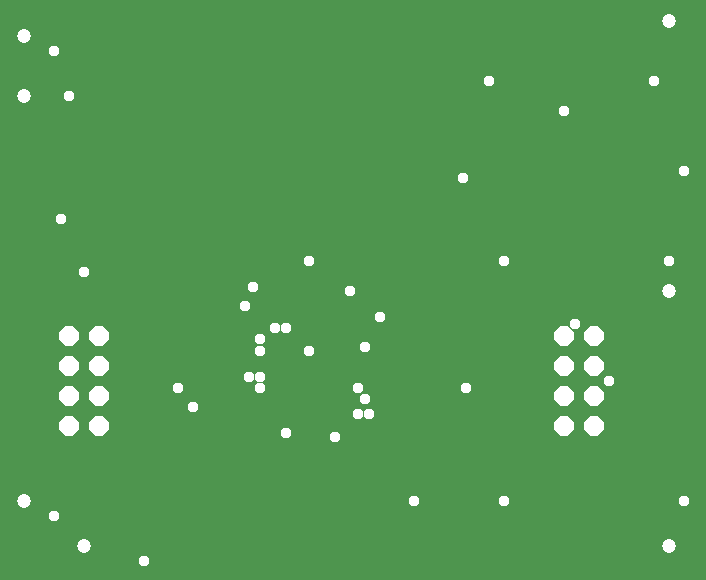
<source format=gbs>
G04 EAGLE Gerber RS-274X export*
G75*
%MOMM*%
%FSLAX34Y34*%
%LPD*%
%INSoldermask Bottom*%
%IPNEG*%
%AMOC8*
5,1,8,0,0,1.08239X$1,22.5*%
G01*
%ADD10C,1.203200*%
%ADD11P,1.759533X8X292.500000*%
%ADD12C,0.959600*%


D10*
X152400Y673100D03*
X698500Y457200D03*
X203200Y241300D03*
X152400Y622300D03*
X698500Y241300D03*
X152400Y279400D03*
X698500Y685800D03*
D11*
X190500Y419100D03*
X215900Y419100D03*
X190500Y393700D03*
X215900Y393700D03*
X190500Y368300D03*
X215900Y368300D03*
X215900Y342900D03*
X190500Y342900D03*
X609600Y419100D03*
X635000Y419100D03*
X609600Y393700D03*
X635000Y393700D03*
X609600Y368300D03*
X635000Y368300D03*
X635000Y342900D03*
X609600Y342900D03*
D12*
X352425Y415925D03*
X352425Y406400D03*
X282575Y374650D03*
X346075Y460375D03*
X203200Y473075D03*
X374650Y425450D03*
X619125Y428625D03*
X374650Y336550D03*
X352425Y374650D03*
X342900Y384175D03*
X295275Y358775D03*
X441325Y409575D03*
X177800Y266700D03*
X254000Y228600D03*
X711200Y279400D03*
X698500Y482600D03*
X190500Y622300D03*
X177800Y660400D03*
X558800Y482600D03*
X546100Y635000D03*
X685800Y635000D03*
X609600Y609600D03*
X428625Y457200D03*
X523875Y552450D03*
X444500Y352425D03*
X434975Y374650D03*
X434975Y352425D03*
X415925Y333375D03*
X365125Y425450D03*
X184150Y517525D03*
X482600Y279400D03*
X558800Y279400D03*
X393700Y482600D03*
X454025Y434975D03*
X352425Y384175D03*
X647700Y381000D03*
X339725Y444500D03*
X711200Y558800D03*
X441325Y365125D03*
X527050Y374650D03*
X393700Y406400D03*
M02*

</source>
